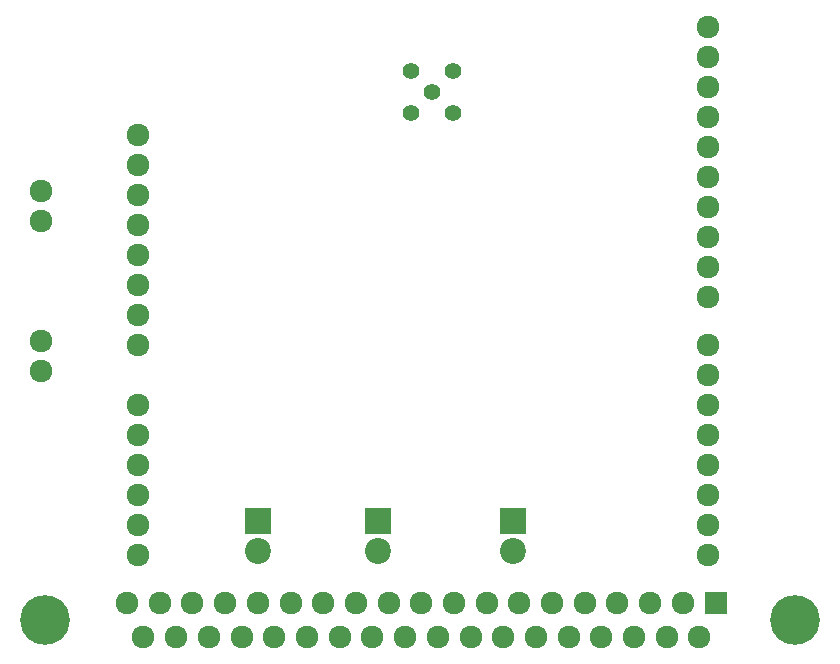
<source format=gbs>
G04 #@! TF.FileFunction,Soldermask,Bot*
%FSLAX46Y46*%
G04 Gerber Fmt 4.6, Leading zero omitted, Abs format (unit mm)*
G04 Created by KiCad (PCBNEW 4.0.7) date 10/31/17 21:38:08*
%MOMM*%
%LPD*%
G01*
G04 APERTURE LIST*
%ADD10C,0.100000*%
%ADD11R,1.920000X1.920000*%
%ADD12C,1.920000*%
%ADD13C,4.210000*%
%ADD14C,1.924000*%
%ADD15C,1.400000*%
%ADD16R,2.200000X2.200000*%
%ADD17C,2.200000*%
G04 APERTURE END LIST*
D10*
D11*
X201930000Y-127000000D03*
D12*
X199160000Y-127000000D03*
X196390000Y-127000000D03*
X193620000Y-127000000D03*
X190860000Y-127000000D03*
X188090000Y-127000000D03*
X185320000Y-127000000D03*
X182550000Y-127000000D03*
X179780000Y-127000000D03*
D13*
X208640000Y-128420000D03*
X145140000Y-128420000D03*
D12*
X177010000Y-127000000D03*
X174240000Y-127000000D03*
X171480000Y-127000000D03*
X168710000Y-127000000D03*
X165940000Y-127000000D03*
X163170000Y-127000000D03*
X160400000Y-127000000D03*
X157630000Y-127000000D03*
X154860000Y-127000000D03*
X152100000Y-127000000D03*
X200560000Y-129840000D03*
X197790000Y-129840000D03*
X195020000Y-129840000D03*
X192250000Y-129840000D03*
X189480000Y-129840000D03*
X186720000Y-129840000D03*
X183950000Y-129840000D03*
X181180000Y-129840000D03*
X178410000Y-129840000D03*
X175640000Y-129840000D03*
X172870000Y-129840000D03*
X170100000Y-129840000D03*
X167340000Y-129840000D03*
X164570000Y-129840000D03*
X161800000Y-129840000D03*
X159030000Y-129840000D03*
X156260000Y-129840000D03*
X153490000Y-129840000D03*
D14*
X153042000Y-87335000D03*
X153042000Y-89875000D03*
X153042000Y-92415000D03*
X153042000Y-94955000D03*
X153042000Y-97495000D03*
X153042000Y-100035000D03*
X153042000Y-102575000D03*
X153042000Y-105115000D03*
X153042000Y-110195000D03*
X201302000Y-105115000D03*
X153042000Y-112735000D03*
X153042000Y-115275000D03*
X153042000Y-117815000D03*
X153042000Y-120355000D03*
X153042000Y-122895000D03*
X201302000Y-78195000D03*
X201302000Y-80735000D03*
X201302000Y-83275000D03*
X201302000Y-85815000D03*
X201302000Y-88355000D03*
X201302000Y-90895000D03*
X201302000Y-93435000D03*
X201302000Y-95975000D03*
X201302000Y-98515000D03*
X201302000Y-101055000D03*
X201302000Y-107655000D03*
X201302000Y-110195000D03*
X201302000Y-112735000D03*
X201302000Y-115275000D03*
X201302000Y-117815000D03*
X201302000Y-120355000D03*
X201302000Y-122895000D03*
D15*
X179705000Y-81915000D03*
X176165000Y-81915000D03*
X179705000Y-85455000D03*
X176165000Y-85455000D03*
X177935000Y-83685000D03*
D14*
X144780000Y-107315000D03*
X144780000Y-104775000D03*
X144780000Y-94615000D03*
X144780000Y-92075000D03*
D16*
X184785000Y-120015000D03*
D17*
X184785000Y-122555000D03*
D16*
X173355000Y-120015000D03*
D17*
X173355000Y-122555000D03*
D16*
X163195000Y-120015000D03*
D17*
X163195000Y-122555000D03*
M02*

</source>
